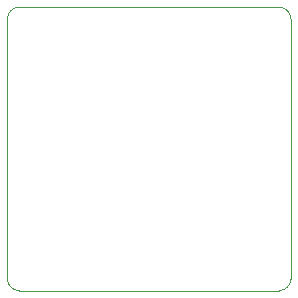
<source format=gbr>
%TF.GenerationSoftware,KiCad,Pcbnew,8.0.5*%
%TF.CreationDate,2024-11-10T02:12:05-07:00*%
%TF.ProjectId,2024_11_ADC_ADS8689,32303234-5f31-4315-9f41-44435f414453,rev?*%
%TF.SameCoordinates,Original*%
%TF.FileFunction,Profile,NP*%
%FSLAX46Y46*%
G04 Gerber Fmt 4.6, Leading zero omitted, Abs format (unit mm)*
G04 Created by KiCad (PCBNEW 8.0.5) date 2024-11-10 02:12:05*
%MOMM*%
%LPD*%
G01*
G04 APERTURE LIST*
%TA.AperFunction,Profile*%
%ADD10C,0.050000*%
%TD*%
G04 APERTURE END LIST*
D10*
X81049600Y-74520600D02*
G75*
G02*
X80049600Y-73520600I0J1000000D01*
G01*
X80049600Y-51520600D02*
G75*
G02*
X81049600Y-50520600I1000000J0D01*
G01*
X104049600Y-73520600D02*
G75*
G02*
X103049600Y-74520600I-1000000J0D01*
G01*
X103049600Y-50520600D02*
G75*
G02*
X104049600Y-51520600I0J-1000000D01*
G01*
X103049600Y-74520600D02*
X81049600Y-74520600D01*
X80049600Y-73520600D02*
X80049600Y-51520600D01*
X81049600Y-50520600D02*
X103049600Y-50520600D01*
X104049600Y-51520600D02*
X104049600Y-73520600D01*
M02*

</source>
